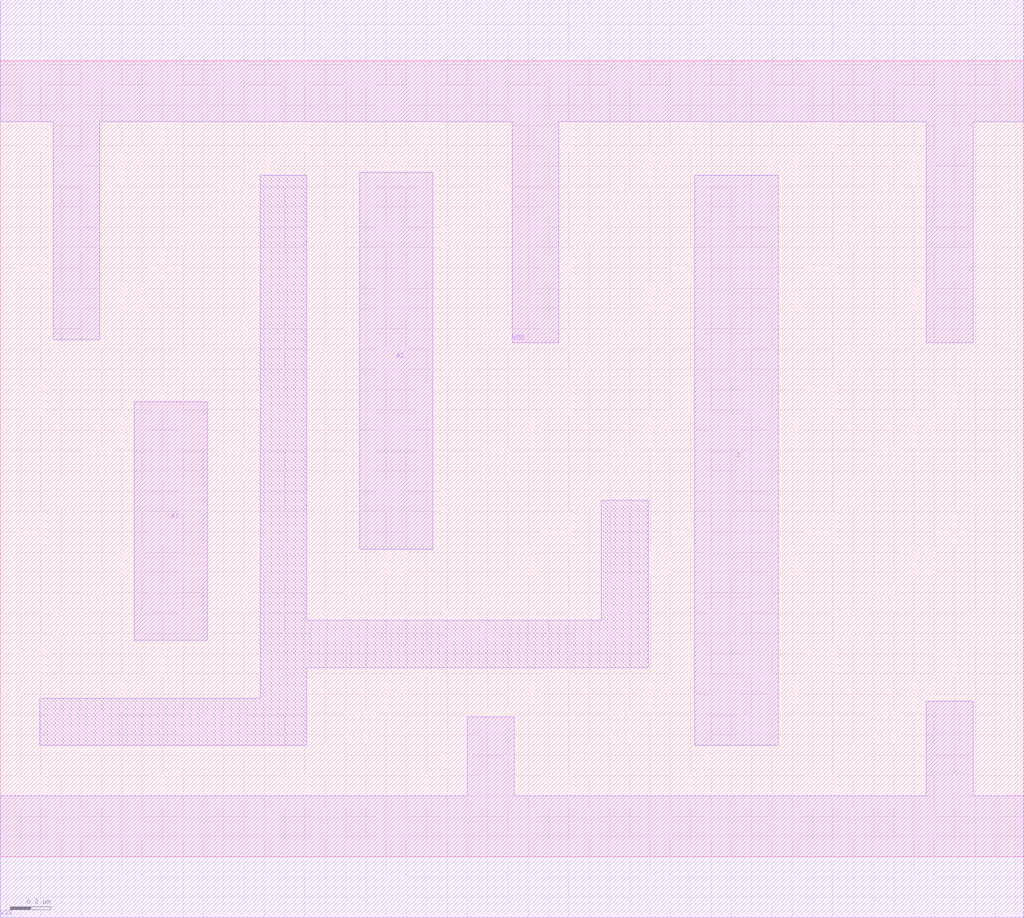
<source format=lef>
# Copyright 2022 GlobalFoundries PDK Authors
#
# Licensed under the Apache License, Version 2.0 (the "License");
# you may not use this file except in compliance with the License.
# You may obtain a copy of the License at
#
#      http://www.apache.org/licenses/LICENSE-2.0
#
# Unless required by applicable law or agreed to in writing, software
# distributed under the License is distributed on an "AS IS" BASIS,
# WITHOUT WARRANTIES OR CONDITIONS OF ANY KIND, either express or implied.
# See the License for the specific language governing permissions and
# limitations under the License.

MACRO gf180mcu_fd_sc_mcu7t5v0__and2_2
  CLASS core ;
  FOREIGN gf180mcu_fd_sc_mcu7t5v0__and2_2 0.0 0.0 ;
  ORIGIN 0 0 ;
  SYMMETRY X Y ;
  SITE GF018hv5v_mcu_sc7 ;
  SIZE 5.04 BY 3.92 ;
  PIN A1
    DIRECTION INPUT ;
    ANTENNAGATEAREA 1.024 ;
    PORT
      LAYER Metal1 ;
        POLYGON 0.66 1.065 1.02 1.065 1.02 2.24 0.66 2.24  ;
    END
  END A1
  PIN A2
    DIRECTION INPUT ;
    ANTENNAGATEAREA 1.024 ;
    PORT
      LAYER Metal1 ;
        POLYGON 1.77 1.515 2.13 1.515 2.13 3.37 1.77 3.37  ;
    END
  END A2
  PIN Z
    DIRECTION OUTPUT ;
    ANTENNADIFFAREA 1.0719 ;
    PORT
      LAYER Metal1 ;
        POLYGON 3.42 0.55 3.83 0.55 3.83 3.355 3.42 3.355  ;
    END
  END Z
  PIN VDD
    DIRECTION INOUT ;
    USE power ;
    SHAPE ABUTMENT ;
    PORT
      LAYER Metal1 ;
        POLYGON 0 3.62 0.26 3.62 0.26 2.545 0.49 2.545 0.49 3.62 2.52 3.62 2.52 2.53 2.75 2.53 2.75 3.62 3.19 3.62 4.56 3.62 4.56 2.53 4.79 2.53 4.79 3.62 5.04 3.62 5.04 4.22 3.19 4.22 0 4.22  ;
    END
  END VDD
  PIN VSS
    DIRECTION INOUT ;
    USE ground ;
    SHAPE ABUTMENT ;
    PORT
      LAYER Metal1 ;
        POLYGON 0 -0.3 5.04 -0.3 5.04 0.3 4.79 0.3 4.79 0.765 4.56 0.765 4.56 0.3 2.53 0.3 2.53 0.69 2.3 0.69 2.3 0.3 0 0.3  ;
    END
  END VSS
  OBS
      LAYER Metal1 ;
        POLYGON 0.195 0.55 1.51 0.55 1.51 0.93 3.19 0.93 3.19 1.755 2.96 1.755 2.96 1.165 1.51 1.165 1.51 3.355 1.28 3.355 1.28 0.78 0.195 0.78  ;
  END
END gf180mcu_fd_sc_mcu7t5v0__and2_2

</source>
